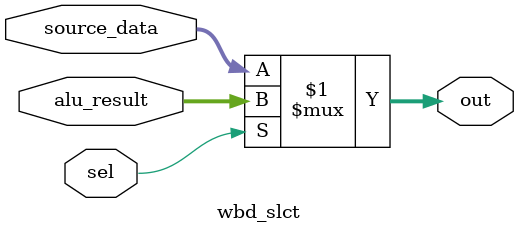
<source format=v>
`timescale 1ns / 1ps
module wbd_slct(
input [7:0] alu_result,
input [7:0] source_data,
output[7:0] out,
input sel);
assign out=(sel)?alu_result:source_data;
endmodule
</source>
